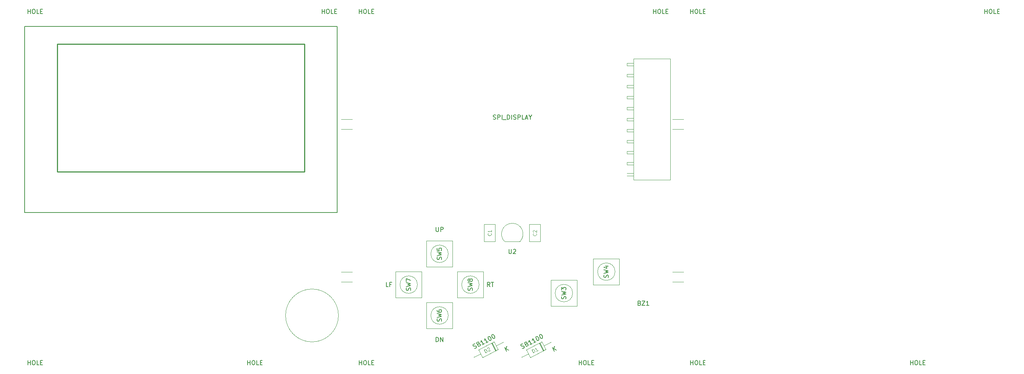
<source format=gbr>
G04 #@! TF.GenerationSoftware,KiCad,Pcbnew,(5.1.9-0-10_14)*
G04 #@! TF.CreationDate,2021-02-11T22:39:59-08:00*
G04 #@! TF.ProjectId,system,73797374-656d-42e6-9b69-6361645f7063,rev?*
G04 #@! TF.SameCoordinates,Original*
G04 #@! TF.FileFunction,Other,Fab,Top*
%FSLAX46Y46*%
G04 Gerber Fmt 4.6, Leading zero omitted, Abs format (unit mm)*
G04 Created by KiCad (PCBNEW (5.1.9-0-10_14)) date 2021-02-11 22:39:59*
%MOMM*%
%LPD*%
G01*
G04 APERTURE LIST*
%ADD10C,0.100000*%
%ADD11C,0.120000*%
%ADD12C,0.150000*%
%ADD13C,0.250000*%
G04 APERTURE END LIST*
D10*
X153617564Y-135053000D02*
G75*
G03*
X153617564Y-135053000I-2015564J0D01*
G01*
X148602000Y-138053000D02*
X148602000Y-135053000D01*
X154602000Y-138053000D02*
X148602000Y-138053000D01*
X154602000Y-132053000D02*
X154602000Y-138053000D01*
X148602000Y-132053000D02*
X154602000Y-132053000D01*
X148602000Y-135053000D02*
X148602000Y-132053000D01*
X163396564Y-130100000D02*
G75*
G03*
X163396564Y-130100000I-2015564J0D01*
G01*
X158381000Y-133100000D02*
X158381000Y-130100000D01*
X164381000Y-133100000D02*
X158381000Y-133100000D01*
X164381000Y-127100000D02*
X164381000Y-133100000D01*
X158381000Y-127100000D02*
X164381000Y-127100000D01*
X158381000Y-130100000D02*
X158381000Y-127100000D01*
X124951564Y-125984000D02*
G75*
G03*
X124951564Y-125984000I-2015564J0D01*
G01*
X119936000Y-128984000D02*
X119936000Y-125984000D01*
X125936000Y-128984000D02*
X119936000Y-128984000D01*
X125936000Y-122984000D02*
X125936000Y-128984000D01*
X119936000Y-122984000D02*
X125936000Y-122984000D01*
X119936000Y-125984000D02*
X119936000Y-122984000D01*
X124951564Y-140208000D02*
G75*
G03*
X124951564Y-140208000I-2015564J0D01*
G01*
X125936000Y-137208000D02*
X125936000Y-140208000D01*
X119936000Y-137208000D02*
X125936000Y-137208000D01*
X119936000Y-143208000D02*
X119936000Y-137208000D01*
X125936000Y-143208000D02*
X119936000Y-143208000D01*
X125936000Y-140208000D02*
X125936000Y-143208000D01*
X117839564Y-133096000D02*
G75*
G03*
X117839564Y-133096000I-2015564J0D01*
G01*
X112824000Y-136096000D02*
X112824000Y-133096000D01*
X118824000Y-136096000D02*
X112824000Y-136096000D01*
X118824000Y-130096000D02*
X118824000Y-136096000D01*
X112824000Y-130096000D02*
X118824000Y-130096000D01*
X112824000Y-133096000D02*
X112824000Y-130096000D01*
X132063564Y-133096000D02*
G75*
G03*
X132063564Y-133096000I-2015564J0D01*
G01*
X133048000Y-130096000D02*
X133048000Y-133096000D01*
X127048000Y-130096000D02*
X133048000Y-130096000D01*
X127048000Y-136096000D02*
X127048000Y-130096000D01*
X133048000Y-136096000D02*
X127048000Y-136096000D01*
X133048000Y-133096000D02*
X133048000Y-136096000D01*
D11*
X99635500Y-140208000D02*
G75*
G03*
X99635500Y-140208000I-6100000J0D01*
G01*
D12*
X27309500Y-73496000D02*
X99309500Y-73496000D01*
X27309500Y-116496000D02*
X99309500Y-116496000D01*
X99309500Y-73496000D02*
X99309500Y-116496000D01*
X27309500Y-73496000D02*
X27309500Y-116496000D01*
D13*
X34809500Y-77596000D02*
X91809500Y-77596000D01*
X34809500Y-107096000D02*
X91809500Y-107096000D01*
X34809500Y-77596000D02*
X34809500Y-107096000D01*
X91809500Y-77596000D02*
X91809500Y-107096000D01*
D10*
X179165000Y-132461000D02*
X176625000Y-132461000D01*
X179165000Y-130175000D02*
X176625000Y-130175000D01*
X179165000Y-94996000D02*
X176625000Y-94996000D01*
X179165000Y-97282000D02*
X176625000Y-97282000D01*
X100235000Y-94996000D02*
X102775000Y-94996000D01*
X100235000Y-97282000D02*
X102775000Y-97282000D01*
X100235000Y-132461000D02*
X102775000Y-132461000D01*
X100235000Y-130175000D02*
X102775000Y-130175000D01*
X166116000Y-107996000D02*
X167636000Y-107996000D01*
X167636000Y-107396000D02*
X166116000Y-107396000D01*
X167640000Y-81026000D02*
X167636000Y-81996000D01*
X167636000Y-96266000D02*
X167636000Y-81996000D01*
X176146000Y-81026000D02*
X176146000Y-96266000D01*
X166116000Y-92756000D02*
X167636000Y-92756000D01*
X167636000Y-92156000D02*
X166116000Y-92156000D01*
X166116000Y-92156000D02*
X166116000Y-92756000D01*
X166116000Y-90216000D02*
X167636000Y-90216000D01*
X167636000Y-89616000D02*
X166116000Y-89616000D01*
X166116000Y-89616000D02*
X166116000Y-90216000D01*
X166116000Y-87676000D02*
X167636000Y-87676000D01*
X167636000Y-87076000D02*
X166116000Y-87076000D01*
X166116000Y-87076000D02*
X166116000Y-87676000D01*
X166116000Y-85136000D02*
X167636000Y-85136000D01*
X167636000Y-84536000D02*
X166116000Y-84536000D01*
X166116000Y-84536000D02*
X166116000Y-85136000D01*
X176146000Y-81026000D02*
X167640000Y-81026000D01*
X166116000Y-95296000D02*
X167636000Y-95296000D01*
X167636000Y-94696000D02*
X166116000Y-94696000D01*
X166116000Y-94696000D02*
X166116000Y-95296000D01*
X167636000Y-81996000D02*
X166116000Y-81996000D01*
X166116000Y-82596000D02*
X167636000Y-82596000D01*
X166116000Y-81996000D02*
X166116000Y-82596000D01*
X167636000Y-97236000D02*
X166116000Y-97236000D01*
X166116000Y-97836000D02*
X167636000Y-97836000D01*
X166116000Y-97236000D02*
X166116000Y-97836000D01*
X166116000Y-102316000D02*
X166116000Y-102916000D01*
X176146000Y-108966000D02*
X167636000Y-108966000D01*
X176146000Y-96266000D02*
X176146000Y-108966000D01*
X167636000Y-108966000D02*
X167636000Y-97236000D01*
X167640000Y-96266000D02*
X167636000Y-97236000D01*
X166116000Y-104856000D02*
X166116000Y-105456000D01*
X166116000Y-102916000D02*
X167636000Y-102916000D01*
X167636000Y-102316000D02*
X166116000Y-102316000D01*
X167636000Y-99776000D02*
X166116000Y-99776000D01*
X166116000Y-99776000D02*
X166116000Y-100376000D01*
X166116000Y-100376000D02*
X167636000Y-100376000D01*
X167636000Y-104856000D02*
X166116000Y-104856000D01*
X166116000Y-105456000D02*
X167636000Y-105456000D01*
X135743000Y-123138000D02*
X135743000Y-119138000D01*
X133243000Y-123138000D02*
X135743000Y-123138000D01*
X133243000Y-119138000D02*
X133243000Y-123138000D01*
X135743000Y-119138000D02*
X133243000Y-119138000D01*
X143657000Y-123178000D02*
X146157000Y-123178000D01*
X146157000Y-123178000D02*
X146157000Y-119178000D01*
X146157000Y-119178000D02*
X143657000Y-119178000D01*
X143657000Y-119178000D02*
X143657000Y-123178000D01*
X147446259Y-148064252D02*
X146522762Y-146290230D01*
X146522762Y-146290230D02*
X142974718Y-148137225D01*
X142974718Y-148137225D02*
X143898216Y-149911246D01*
X143898216Y-149911246D02*
X147446259Y-148064252D01*
X148590000Y-146341476D02*
X146984510Y-147177241D01*
X141830977Y-149860000D02*
X143436467Y-149024235D01*
X146914053Y-148341301D02*
X145990555Y-146567279D01*
X146825351Y-148387476D02*
X145901854Y-146613454D01*
X147002754Y-148295126D02*
X146079256Y-146521104D01*
X135981777Y-148295126D02*
X135058279Y-146521104D01*
X135804374Y-148387476D02*
X134880877Y-146613454D01*
X135893076Y-148341301D02*
X134969578Y-146567279D01*
X130810000Y-149860000D02*
X132415490Y-149024235D01*
X137569023Y-146341476D02*
X135963533Y-147177241D01*
X132877239Y-149911246D02*
X136425282Y-148064252D01*
X131953741Y-148137225D02*
X132877239Y-149911246D01*
X135501785Y-146290230D02*
X131953741Y-148137225D01*
X136425282Y-148064252D02*
X135501785Y-146290230D01*
X137960000Y-123162000D02*
X141460000Y-123162000D01*
X137946375Y-123165625D02*
G75*
G02*
X139700000Y-118932000I1753625J1753625D01*
G01*
X141453625Y-123165625D02*
G75*
G03*
X139700000Y-118932000I-1753625J1753625D01*
G01*
D12*
X152006761Y-136386333D02*
X152054380Y-136243476D01*
X152054380Y-136005380D01*
X152006761Y-135910142D01*
X151959142Y-135862523D01*
X151863904Y-135814904D01*
X151768666Y-135814904D01*
X151673428Y-135862523D01*
X151625809Y-135910142D01*
X151578190Y-136005380D01*
X151530571Y-136195857D01*
X151482952Y-136291095D01*
X151435333Y-136338714D01*
X151340095Y-136386333D01*
X151244857Y-136386333D01*
X151149619Y-136338714D01*
X151102000Y-136291095D01*
X151054380Y-136195857D01*
X151054380Y-135957761D01*
X151102000Y-135814904D01*
X151054380Y-135481571D02*
X152054380Y-135243476D01*
X151340095Y-135053000D01*
X152054380Y-134862523D01*
X151054380Y-134624428D01*
X151054380Y-134338714D02*
X151054380Y-133719666D01*
X151435333Y-134053000D01*
X151435333Y-133910142D01*
X151482952Y-133814904D01*
X151530571Y-133767285D01*
X151625809Y-133719666D01*
X151863904Y-133719666D01*
X151959142Y-133767285D01*
X152006761Y-133814904D01*
X152054380Y-133910142D01*
X152054380Y-134195857D01*
X152006761Y-134291095D01*
X151959142Y-134338714D01*
X161785761Y-131433333D02*
X161833380Y-131290476D01*
X161833380Y-131052380D01*
X161785761Y-130957142D01*
X161738142Y-130909523D01*
X161642904Y-130861904D01*
X161547666Y-130861904D01*
X161452428Y-130909523D01*
X161404809Y-130957142D01*
X161357190Y-131052380D01*
X161309571Y-131242857D01*
X161261952Y-131338095D01*
X161214333Y-131385714D01*
X161119095Y-131433333D01*
X161023857Y-131433333D01*
X160928619Y-131385714D01*
X160881000Y-131338095D01*
X160833380Y-131242857D01*
X160833380Y-131004761D01*
X160881000Y-130861904D01*
X160833380Y-130528571D02*
X161833380Y-130290476D01*
X161119095Y-130100000D01*
X161833380Y-129909523D01*
X160833380Y-129671428D01*
X161166714Y-128861904D02*
X161833380Y-128861904D01*
X160785761Y-129100000D02*
X161500047Y-129338095D01*
X161500047Y-128719047D01*
X122150285Y-119848380D02*
X122150285Y-120657904D01*
X122197904Y-120753142D01*
X122245523Y-120800761D01*
X122340761Y-120848380D01*
X122531238Y-120848380D01*
X122626476Y-120800761D01*
X122674095Y-120753142D01*
X122721714Y-120657904D01*
X122721714Y-119848380D01*
X123197904Y-120848380D02*
X123197904Y-119848380D01*
X123578857Y-119848380D01*
X123674095Y-119896000D01*
X123721714Y-119943619D01*
X123769333Y-120038857D01*
X123769333Y-120181714D01*
X123721714Y-120276952D01*
X123674095Y-120324571D01*
X123578857Y-120372190D01*
X123197904Y-120372190D01*
X123340761Y-127317333D02*
X123388380Y-127174476D01*
X123388380Y-126936380D01*
X123340761Y-126841142D01*
X123293142Y-126793523D01*
X123197904Y-126745904D01*
X123102666Y-126745904D01*
X123007428Y-126793523D01*
X122959809Y-126841142D01*
X122912190Y-126936380D01*
X122864571Y-127126857D01*
X122816952Y-127222095D01*
X122769333Y-127269714D01*
X122674095Y-127317333D01*
X122578857Y-127317333D01*
X122483619Y-127269714D01*
X122436000Y-127222095D01*
X122388380Y-127126857D01*
X122388380Y-126888761D01*
X122436000Y-126745904D01*
X122388380Y-126412571D02*
X123388380Y-126174476D01*
X122674095Y-125984000D01*
X123388380Y-125793523D01*
X122388380Y-125555428D01*
X122388380Y-124698285D02*
X122388380Y-125174476D01*
X122864571Y-125222095D01*
X122816952Y-125174476D01*
X122769333Y-125079238D01*
X122769333Y-124841142D01*
X122816952Y-124745904D01*
X122864571Y-124698285D01*
X122959809Y-124650666D01*
X123197904Y-124650666D01*
X123293142Y-124698285D01*
X123340761Y-124745904D01*
X123388380Y-124841142D01*
X123388380Y-125079238D01*
X123340761Y-125174476D01*
X123293142Y-125222095D01*
X122150285Y-146248380D02*
X122150285Y-145248380D01*
X122388380Y-145248380D01*
X122531238Y-145296000D01*
X122626476Y-145391238D01*
X122674095Y-145486476D01*
X122721714Y-145676952D01*
X122721714Y-145819809D01*
X122674095Y-146010285D01*
X122626476Y-146105523D01*
X122531238Y-146200761D01*
X122388380Y-146248380D01*
X122150285Y-146248380D01*
X123150285Y-146248380D02*
X123150285Y-145248380D01*
X123721714Y-146248380D01*
X123721714Y-145248380D01*
X123340761Y-141541333D02*
X123388380Y-141398476D01*
X123388380Y-141160380D01*
X123340761Y-141065142D01*
X123293142Y-141017523D01*
X123197904Y-140969904D01*
X123102666Y-140969904D01*
X123007428Y-141017523D01*
X122959809Y-141065142D01*
X122912190Y-141160380D01*
X122864571Y-141350857D01*
X122816952Y-141446095D01*
X122769333Y-141493714D01*
X122674095Y-141541333D01*
X122578857Y-141541333D01*
X122483619Y-141493714D01*
X122436000Y-141446095D01*
X122388380Y-141350857D01*
X122388380Y-141112761D01*
X122436000Y-140969904D01*
X122388380Y-140636571D02*
X123388380Y-140398476D01*
X122674095Y-140208000D01*
X123388380Y-140017523D01*
X122388380Y-139779428D01*
X122388380Y-138969904D02*
X122388380Y-139160380D01*
X122436000Y-139255619D01*
X122483619Y-139303238D01*
X122626476Y-139398476D01*
X122816952Y-139446095D01*
X123197904Y-139446095D01*
X123293142Y-139398476D01*
X123340761Y-139350857D01*
X123388380Y-139255619D01*
X123388380Y-139065142D01*
X123340761Y-138969904D01*
X123293142Y-138922285D01*
X123197904Y-138874666D01*
X122959809Y-138874666D01*
X122864571Y-138922285D01*
X122816952Y-138969904D01*
X122769333Y-139065142D01*
X122769333Y-139255619D01*
X122816952Y-139350857D01*
X122864571Y-139398476D01*
X122959809Y-139446095D01*
X111132952Y-133548380D02*
X110656761Y-133548380D01*
X110656761Y-132548380D01*
X111799619Y-133024571D02*
X111466285Y-133024571D01*
X111466285Y-133548380D02*
X111466285Y-132548380D01*
X111942476Y-132548380D01*
X116228761Y-134429333D02*
X116276380Y-134286476D01*
X116276380Y-134048380D01*
X116228761Y-133953142D01*
X116181142Y-133905523D01*
X116085904Y-133857904D01*
X115990666Y-133857904D01*
X115895428Y-133905523D01*
X115847809Y-133953142D01*
X115800190Y-134048380D01*
X115752571Y-134238857D01*
X115704952Y-134334095D01*
X115657333Y-134381714D01*
X115562095Y-134429333D01*
X115466857Y-134429333D01*
X115371619Y-134381714D01*
X115324000Y-134334095D01*
X115276380Y-134238857D01*
X115276380Y-134000761D01*
X115324000Y-133857904D01*
X115276380Y-133524571D02*
X116276380Y-133286476D01*
X115562095Y-133096000D01*
X116276380Y-132905523D01*
X115276380Y-132667428D01*
X115276380Y-132381714D02*
X115276380Y-131715047D01*
X116276380Y-132143619D01*
X134548571Y-133548380D02*
X134215238Y-133072190D01*
X133977142Y-133548380D02*
X133977142Y-132548380D01*
X134358095Y-132548380D01*
X134453333Y-132596000D01*
X134500952Y-132643619D01*
X134548571Y-132738857D01*
X134548571Y-132881714D01*
X134500952Y-132976952D01*
X134453333Y-133024571D01*
X134358095Y-133072190D01*
X133977142Y-133072190D01*
X134834285Y-132548380D02*
X135405714Y-132548380D01*
X135120000Y-133548380D02*
X135120000Y-132548380D01*
X130452761Y-134429333D02*
X130500380Y-134286476D01*
X130500380Y-134048380D01*
X130452761Y-133953142D01*
X130405142Y-133905523D01*
X130309904Y-133857904D01*
X130214666Y-133857904D01*
X130119428Y-133905523D01*
X130071809Y-133953142D01*
X130024190Y-134048380D01*
X129976571Y-134238857D01*
X129928952Y-134334095D01*
X129881333Y-134381714D01*
X129786095Y-134429333D01*
X129690857Y-134429333D01*
X129595619Y-134381714D01*
X129548000Y-134334095D01*
X129500380Y-134238857D01*
X129500380Y-134000761D01*
X129548000Y-133857904D01*
X129500380Y-133524571D02*
X130500380Y-133286476D01*
X129786095Y-133096000D01*
X130500380Y-132905523D01*
X129500380Y-132667428D01*
X129928952Y-132143619D02*
X129881333Y-132238857D01*
X129833714Y-132286476D01*
X129738476Y-132334095D01*
X129690857Y-132334095D01*
X129595619Y-132286476D01*
X129548000Y-132238857D01*
X129500380Y-132143619D01*
X129500380Y-131953142D01*
X129548000Y-131857904D01*
X129595619Y-131810285D01*
X129690857Y-131762666D01*
X129738476Y-131762666D01*
X129833714Y-131810285D01*
X129881333Y-131857904D01*
X129928952Y-131953142D01*
X129928952Y-132143619D01*
X129976571Y-132238857D01*
X130024190Y-132286476D01*
X130119428Y-132334095D01*
X130309904Y-132334095D01*
X130405142Y-132286476D01*
X130452761Y-132238857D01*
X130500380Y-132143619D01*
X130500380Y-131953142D01*
X130452761Y-131857904D01*
X130405142Y-131810285D01*
X130309904Y-131762666D01*
X130119428Y-131762666D01*
X130024190Y-131810285D01*
X129976571Y-131857904D01*
X129928952Y-131953142D01*
X248632833Y-70556380D02*
X248632833Y-69556380D01*
X248632833Y-70032571D02*
X249204261Y-70032571D01*
X249204261Y-70556380D02*
X249204261Y-69556380D01*
X249870928Y-69556380D02*
X250061404Y-69556380D01*
X250156642Y-69604000D01*
X250251880Y-69699238D01*
X250299500Y-69889714D01*
X250299500Y-70223047D01*
X250251880Y-70413523D01*
X250156642Y-70508761D01*
X250061404Y-70556380D01*
X249870928Y-70556380D01*
X249775690Y-70508761D01*
X249680452Y-70413523D01*
X249632833Y-70223047D01*
X249632833Y-69889714D01*
X249680452Y-69699238D01*
X249775690Y-69604000D01*
X249870928Y-69556380D01*
X251204261Y-70556380D02*
X250728071Y-70556380D01*
X250728071Y-69556380D01*
X251537595Y-70032571D02*
X251870928Y-70032571D01*
X252013785Y-70556380D02*
X251537595Y-70556380D01*
X251537595Y-69556380D01*
X252013785Y-69556380D01*
X231487833Y-151582380D02*
X231487833Y-150582380D01*
X231487833Y-151058571D02*
X232059261Y-151058571D01*
X232059261Y-151582380D02*
X232059261Y-150582380D01*
X232725928Y-150582380D02*
X232916404Y-150582380D01*
X233011642Y-150630000D01*
X233106880Y-150725238D01*
X233154500Y-150915714D01*
X233154500Y-151249047D01*
X233106880Y-151439523D01*
X233011642Y-151534761D01*
X232916404Y-151582380D01*
X232725928Y-151582380D01*
X232630690Y-151534761D01*
X232535452Y-151439523D01*
X232487833Y-151249047D01*
X232487833Y-150915714D01*
X232535452Y-150725238D01*
X232630690Y-150630000D01*
X232725928Y-150582380D01*
X234059261Y-151582380D02*
X233583071Y-151582380D01*
X233583071Y-150582380D01*
X234392595Y-151058571D02*
X234725928Y-151058571D01*
X234868785Y-151582380D02*
X234392595Y-151582380D01*
X234392595Y-150582380D01*
X234868785Y-150582380D01*
X180814833Y-70556380D02*
X180814833Y-69556380D01*
X180814833Y-70032571D02*
X181386261Y-70032571D01*
X181386261Y-70556380D02*
X181386261Y-69556380D01*
X182052928Y-69556380D02*
X182243404Y-69556380D01*
X182338642Y-69604000D01*
X182433880Y-69699238D01*
X182481500Y-69889714D01*
X182481500Y-70223047D01*
X182433880Y-70413523D01*
X182338642Y-70508761D01*
X182243404Y-70556380D01*
X182052928Y-70556380D01*
X181957690Y-70508761D01*
X181862452Y-70413523D01*
X181814833Y-70223047D01*
X181814833Y-69889714D01*
X181862452Y-69699238D01*
X181957690Y-69604000D01*
X182052928Y-69556380D01*
X183386261Y-70556380D02*
X182910071Y-70556380D01*
X182910071Y-69556380D01*
X183719595Y-70032571D02*
X184052928Y-70032571D01*
X184195785Y-70556380D02*
X183719595Y-70556380D01*
X183719595Y-69556380D01*
X184195785Y-69556380D01*
X180814833Y-151582380D02*
X180814833Y-150582380D01*
X180814833Y-151058571D02*
X181386261Y-151058571D01*
X181386261Y-151582380D02*
X181386261Y-150582380D01*
X182052928Y-150582380D02*
X182243404Y-150582380D01*
X182338642Y-150630000D01*
X182433880Y-150725238D01*
X182481500Y-150915714D01*
X182481500Y-151249047D01*
X182433880Y-151439523D01*
X182338642Y-151534761D01*
X182243404Y-151582380D01*
X182052928Y-151582380D01*
X181957690Y-151534761D01*
X181862452Y-151439523D01*
X181814833Y-151249047D01*
X181814833Y-150915714D01*
X181862452Y-150725238D01*
X181957690Y-150630000D01*
X182052928Y-150582380D01*
X183386261Y-151582380D02*
X182910071Y-151582380D01*
X182910071Y-150582380D01*
X183719595Y-151058571D02*
X184052928Y-151058571D01*
X184195785Y-151582380D02*
X183719595Y-151582380D01*
X183719595Y-150582380D01*
X184195785Y-150582380D01*
X95851833Y-70556380D02*
X95851833Y-69556380D01*
X95851833Y-70032571D02*
X96423261Y-70032571D01*
X96423261Y-70556380D02*
X96423261Y-69556380D01*
X97089928Y-69556380D02*
X97280404Y-69556380D01*
X97375642Y-69604000D01*
X97470880Y-69699238D01*
X97518500Y-69889714D01*
X97518500Y-70223047D01*
X97470880Y-70413523D01*
X97375642Y-70508761D01*
X97280404Y-70556380D01*
X97089928Y-70556380D01*
X96994690Y-70508761D01*
X96899452Y-70413523D01*
X96851833Y-70223047D01*
X96851833Y-69889714D01*
X96899452Y-69699238D01*
X96994690Y-69604000D01*
X97089928Y-69556380D01*
X98423261Y-70556380D02*
X97947071Y-70556380D01*
X97947071Y-69556380D01*
X98756595Y-70032571D02*
X99089928Y-70032571D01*
X99232785Y-70556380D02*
X98756595Y-70556380D01*
X98756595Y-69556380D01*
X99232785Y-69556380D01*
X78706833Y-151582380D02*
X78706833Y-150582380D01*
X78706833Y-151058571D02*
X79278261Y-151058571D01*
X79278261Y-151582380D02*
X79278261Y-150582380D01*
X79944928Y-150582380D02*
X80135404Y-150582380D01*
X80230642Y-150630000D01*
X80325880Y-150725238D01*
X80373500Y-150915714D01*
X80373500Y-151249047D01*
X80325880Y-151439523D01*
X80230642Y-151534761D01*
X80135404Y-151582380D01*
X79944928Y-151582380D01*
X79849690Y-151534761D01*
X79754452Y-151439523D01*
X79706833Y-151249047D01*
X79706833Y-150915714D01*
X79754452Y-150725238D01*
X79849690Y-150630000D01*
X79944928Y-150582380D01*
X81278261Y-151582380D02*
X80802071Y-151582380D01*
X80802071Y-150582380D01*
X81611595Y-151058571D02*
X81944928Y-151058571D01*
X82087785Y-151582380D02*
X81611595Y-151582380D01*
X81611595Y-150582380D01*
X82087785Y-150582380D01*
X28033833Y-70556380D02*
X28033833Y-69556380D01*
X28033833Y-70032571D02*
X28605261Y-70032571D01*
X28605261Y-70556380D02*
X28605261Y-69556380D01*
X29271928Y-69556380D02*
X29462404Y-69556380D01*
X29557642Y-69604000D01*
X29652880Y-69699238D01*
X29700500Y-69889714D01*
X29700500Y-70223047D01*
X29652880Y-70413523D01*
X29557642Y-70508761D01*
X29462404Y-70556380D01*
X29271928Y-70556380D01*
X29176690Y-70508761D01*
X29081452Y-70413523D01*
X29033833Y-70223047D01*
X29033833Y-69889714D01*
X29081452Y-69699238D01*
X29176690Y-69604000D01*
X29271928Y-69556380D01*
X30605261Y-70556380D02*
X30129071Y-70556380D01*
X30129071Y-69556380D01*
X30938595Y-70032571D02*
X31271928Y-70032571D01*
X31414785Y-70556380D02*
X30938595Y-70556380D01*
X30938595Y-69556380D01*
X31414785Y-69556380D01*
X28033833Y-151582380D02*
X28033833Y-150582380D01*
X28033833Y-151058571D02*
X28605261Y-151058571D01*
X28605261Y-151582380D02*
X28605261Y-150582380D01*
X29271928Y-150582380D02*
X29462404Y-150582380D01*
X29557642Y-150630000D01*
X29652880Y-150725238D01*
X29700500Y-150915714D01*
X29700500Y-151249047D01*
X29652880Y-151439523D01*
X29557642Y-151534761D01*
X29462404Y-151582380D01*
X29271928Y-151582380D01*
X29176690Y-151534761D01*
X29081452Y-151439523D01*
X29033833Y-151249047D01*
X29033833Y-150915714D01*
X29081452Y-150725238D01*
X29176690Y-150630000D01*
X29271928Y-150582380D01*
X30605261Y-151582380D02*
X30129071Y-151582380D01*
X30129071Y-150582380D01*
X30938595Y-151058571D02*
X31271928Y-151058571D01*
X31414785Y-151582380D02*
X30938595Y-151582380D01*
X30938595Y-150582380D01*
X31414785Y-150582380D01*
X104424333Y-151582380D02*
X104424333Y-150582380D01*
X104424333Y-151058571D02*
X104995761Y-151058571D01*
X104995761Y-151582380D02*
X104995761Y-150582380D01*
X105662428Y-150582380D02*
X105852904Y-150582380D01*
X105948142Y-150630000D01*
X106043380Y-150725238D01*
X106091000Y-150915714D01*
X106091000Y-151249047D01*
X106043380Y-151439523D01*
X105948142Y-151534761D01*
X105852904Y-151582380D01*
X105662428Y-151582380D01*
X105567190Y-151534761D01*
X105471952Y-151439523D01*
X105424333Y-151249047D01*
X105424333Y-150915714D01*
X105471952Y-150725238D01*
X105567190Y-150630000D01*
X105662428Y-150582380D01*
X106995761Y-151582380D02*
X106519571Y-151582380D01*
X106519571Y-150582380D01*
X107329095Y-151058571D02*
X107662428Y-151058571D01*
X107805285Y-151582380D02*
X107329095Y-151582380D01*
X107329095Y-150582380D01*
X107805285Y-150582380D01*
X104424333Y-70556380D02*
X104424333Y-69556380D01*
X104424333Y-70032571D02*
X104995761Y-70032571D01*
X104995761Y-70556380D02*
X104995761Y-69556380D01*
X105662428Y-69556380D02*
X105852904Y-69556380D01*
X105948142Y-69604000D01*
X106043380Y-69699238D01*
X106091000Y-69889714D01*
X106091000Y-70223047D01*
X106043380Y-70413523D01*
X105948142Y-70508761D01*
X105852904Y-70556380D01*
X105662428Y-70556380D01*
X105567190Y-70508761D01*
X105471952Y-70413523D01*
X105424333Y-70223047D01*
X105424333Y-69889714D01*
X105471952Y-69699238D01*
X105567190Y-69604000D01*
X105662428Y-69556380D01*
X106995761Y-70556380D02*
X106519571Y-70556380D01*
X106519571Y-69556380D01*
X107329095Y-70032571D02*
X107662428Y-70032571D01*
X107805285Y-70556380D02*
X107329095Y-70556380D01*
X107329095Y-69556380D01*
X107805285Y-69556380D01*
X155097333Y-151582380D02*
X155097333Y-150582380D01*
X155097333Y-151058571D02*
X155668761Y-151058571D01*
X155668761Y-151582380D02*
X155668761Y-150582380D01*
X156335428Y-150582380D02*
X156525904Y-150582380D01*
X156621142Y-150630000D01*
X156716380Y-150725238D01*
X156764000Y-150915714D01*
X156764000Y-151249047D01*
X156716380Y-151439523D01*
X156621142Y-151534761D01*
X156525904Y-151582380D01*
X156335428Y-151582380D01*
X156240190Y-151534761D01*
X156144952Y-151439523D01*
X156097333Y-151249047D01*
X156097333Y-150915714D01*
X156144952Y-150725238D01*
X156240190Y-150630000D01*
X156335428Y-150582380D01*
X157668761Y-151582380D02*
X157192571Y-151582380D01*
X157192571Y-150582380D01*
X158002095Y-151058571D02*
X158335428Y-151058571D01*
X158478285Y-151582380D02*
X158002095Y-151582380D01*
X158002095Y-150582380D01*
X158478285Y-150582380D01*
X172242333Y-70556380D02*
X172242333Y-69556380D01*
X172242333Y-70032571D02*
X172813761Y-70032571D01*
X172813761Y-70556380D02*
X172813761Y-69556380D01*
X173480428Y-69556380D02*
X173670904Y-69556380D01*
X173766142Y-69604000D01*
X173861380Y-69699238D01*
X173909000Y-69889714D01*
X173909000Y-70223047D01*
X173861380Y-70413523D01*
X173766142Y-70508761D01*
X173670904Y-70556380D01*
X173480428Y-70556380D01*
X173385190Y-70508761D01*
X173289952Y-70413523D01*
X173242333Y-70223047D01*
X173242333Y-69889714D01*
X173289952Y-69699238D01*
X173385190Y-69604000D01*
X173480428Y-69556380D01*
X174813761Y-70556380D02*
X174337571Y-70556380D01*
X174337571Y-69556380D01*
X175147095Y-70032571D02*
X175480428Y-70032571D01*
X175623285Y-70556380D02*
X175147095Y-70556380D01*
X175147095Y-69556380D01*
X175623285Y-69556380D01*
X169045047Y-137342571D02*
X169187904Y-137390190D01*
X169235523Y-137437809D01*
X169283142Y-137533047D01*
X169283142Y-137675904D01*
X169235523Y-137771142D01*
X169187904Y-137818761D01*
X169092666Y-137866380D01*
X168711714Y-137866380D01*
X168711714Y-136866380D01*
X169045047Y-136866380D01*
X169140285Y-136914000D01*
X169187904Y-136961619D01*
X169235523Y-137056857D01*
X169235523Y-137152095D01*
X169187904Y-137247333D01*
X169140285Y-137294952D01*
X169045047Y-137342571D01*
X168711714Y-137342571D01*
X169616476Y-136866380D02*
X170283142Y-136866380D01*
X169616476Y-137866380D01*
X170283142Y-137866380D01*
X171187904Y-137866380D02*
X170616476Y-137866380D01*
X170902190Y-137866380D02*
X170902190Y-136866380D01*
X170806952Y-137009238D01*
X170711714Y-137104476D01*
X170616476Y-137152095D01*
D11*
X134778714Y-121271333D02*
X134816809Y-121309428D01*
X134854904Y-121423714D01*
X134854904Y-121499904D01*
X134816809Y-121614190D01*
X134740619Y-121690380D01*
X134664428Y-121728476D01*
X134512047Y-121766571D01*
X134397761Y-121766571D01*
X134245380Y-121728476D01*
X134169190Y-121690380D01*
X134093000Y-121614190D01*
X134054904Y-121499904D01*
X134054904Y-121423714D01*
X134093000Y-121309428D01*
X134131095Y-121271333D01*
X134854904Y-120509428D02*
X134854904Y-120966571D01*
X134854904Y-120738000D02*
X134054904Y-120738000D01*
X134169190Y-120814190D01*
X134245380Y-120890380D01*
X134283476Y-120966571D01*
X145192714Y-121311333D02*
X145230809Y-121349428D01*
X145268904Y-121463714D01*
X145268904Y-121539904D01*
X145230809Y-121654190D01*
X145154619Y-121730380D01*
X145078428Y-121768476D01*
X144926047Y-121806571D01*
X144811761Y-121806571D01*
X144659380Y-121768476D01*
X144583190Y-121730380D01*
X144507000Y-121654190D01*
X144468904Y-121539904D01*
X144468904Y-121463714D01*
X144507000Y-121349428D01*
X144545095Y-121311333D01*
X144545095Y-121006571D02*
X144507000Y-120968476D01*
X144468904Y-120892285D01*
X144468904Y-120701809D01*
X144507000Y-120625619D01*
X144545095Y-120587523D01*
X144621285Y-120549428D01*
X144697476Y-120549428D01*
X144811761Y-120587523D01*
X145268904Y-121044666D01*
X145268904Y-120549428D01*
D12*
X142031998Y-147821626D02*
X142180702Y-147797901D01*
X142391895Y-147687961D01*
X142454384Y-147601746D01*
X142474635Y-147537519D01*
X142472897Y-147431054D01*
X142428921Y-147346577D01*
X142342707Y-147284088D01*
X142278480Y-147263837D01*
X142172015Y-147265575D01*
X141981072Y-147311288D01*
X141874607Y-147313026D01*
X141810380Y-147292775D01*
X141724166Y-147230286D01*
X141680190Y-147145809D01*
X141678452Y-147039343D01*
X141698703Y-146975117D01*
X141761192Y-146888902D01*
X141972385Y-146778962D01*
X142121089Y-146755236D01*
X142994799Y-146783575D02*
X143143503Y-146759850D01*
X143207730Y-146780101D01*
X143293944Y-146842590D01*
X143359908Y-146969306D01*
X143361646Y-147075771D01*
X143341395Y-147139997D01*
X143278906Y-147226212D01*
X142940997Y-147402116D01*
X142479248Y-146515106D01*
X142774919Y-146361189D01*
X142881384Y-146359452D01*
X142945611Y-146379702D01*
X143031825Y-146442192D01*
X143075801Y-146526669D01*
X143077539Y-146633134D01*
X143057288Y-146697361D01*
X142994799Y-146783575D01*
X142699129Y-146937492D01*
X144292633Y-146698499D02*
X143785769Y-146962356D01*
X144039201Y-146830428D02*
X143577452Y-145943417D01*
X143558939Y-146114109D01*
X143518438Y-146242562D01*
X143455949Y-146328777D01*
X145137405Y-146258739D02*
X144630542Y-146522595D01*
X144883973Y-146390667D02*
X144422225Y-145503656D01*
X144403711Y-145674348D01*
X144363210Y-145802801D01*
X144300721Y-145889016D01*
X145224758Y-145085884D02*
X145309235Y-145041908D01*
X145415701Y-145040170D01*
X145479927Y-145060421D01*
X145566142Y-145122910D01*
X145696333Y-145269876D01*
X145806273Y-145481069D01*
X145851986Y-145672012D01*
X145853724Y-145778477D01*
X145833473Y-145842704D01*
X145770984Y-145928918D01*
X145686507Y-145972894D01*
X145580042Y-145974632D01*
X145515815Y-145954381D01*
X145429600Y-145891892D01*
X145299410Y-145744926D01*
X145189469Y-145533733D01*
X145143756Y-145342790D01*
X145142018Y-145236325D01*
X145162269Y-145172098D01*
X145224758Y-145085884D01*
X146069530Y-144646123D02*
X146154008Y-144602147D01*
X146260473Y-144600410D01*
X146324700Y-144620660D01*
X146410914Y-144683149D01*
X146541105Y-144830116D01*
X146651045Y-145041309D01*
X146696759Y-145232251D01*
X146698496Y-145338716D01*
X146678245Y-145402943D01*
X146615756Y-145489158D01*
X146531279Y-145533134D01*
X146424814Y-145534871D01*
X146360587Y-145514621D01*
X146274372Y-145452132D01*
X146144182Y-145305165D01*
X146034242Y-145093972D01*
X145988528Y-144903030D01*
X145986791Y-144796564D01*
X146007041Y-144732338D01*
X146069530Y-144646123D01*
X149397721Y-148460295D02*
X148935973Y-147573285D01*
X149904585Y-148196439D02*
X149260581Y-147887468D01*
X149442836Y-147309428D02*
X149199829Y-148080148D01*
D11*
X144587735Y-148832928D02*
X144218336Y-148123319D01*
X144387290Y-148035367D01*
X144506253Y-148016386D01*
X144609016Y-148048787D01*
X144677988Y-148098779D01*
X144782140Y-148216352D01*
X144834912Y-148317724D01*
X144871482Y-148470478D01*
X144872872Y-148555651D01*
X144840471Y-148658413D01*
X144756689Y-148744975D01*
X144587735Y-148832928D01*
X145669043Y-148270034D02*
X145263553Y-148481119D01*
X145466298Y-148375576D02*
X145096899Y-147665968D01*
X145082088Y-147802521D01*
X145049688Y-147905284D01*
X144999696Y-147974256D01*
D12*
X131011021Y-147821626D02*
X131159725Y-147797901D01*
X131370918Y-147687961D01*
X131433407Y-147601746D01*
X131453658Y-147537519D01*
X131451920Y-147431054D01*
X131407944Y-147346577D01*
X131321730Y-147284088D01*
X131257503Y-147263837D01*
X131151038Y-147265575D01*
X130960095Y-147311288D01*
X130853630Y-147313026D01*
X130789403Y-147292775D01*
X130703189Y-147230286D01*
X130659213Y-147145809D01*
X130657475Y-147039343D01*
X130677726Y-146975117D01*
X130740215Y-146888902D01*
X130951408Y-146778962D01*
X131100112Y-146755236D01*
X131973822Y-146783575D02*
X132122526Y-146759850D01*
X132186753Y-146780101D01*
X132272967Y-146842590D01*
X132338931Y-146969306D01*
X132340669Y-147075771D01*
X132320418Y-147139997D01*
X132257929Y-147226212D01*
X131920020Y-147402116D01*
X131458271Y-146515106D01*
X131753942Y-146361189D01*
X131860407Y-146359452D01*
X131924634Y-146379702D01*
X132010848Y-146442192D01*
X132054824Y-146526669D01*
X132056562Y-146633134D01*
X132036311Y-146697361D01*
X131973822Y-146783575D01*
X131678152Y-146937492D01*
X133271656Y-146698499D02*
X132764792Y-146962356D01*
X133018224Y-146830428D02*
X132556475Y-145943417D01*
X132537962Y-146114109D01*
X132497461Y-146242562D01*
X132434972Y-146328777D01*
X134116428Y-146258739D02*
X133609565Y-146522595D01*
X133862996Y-146390667D02*
X133401248Y-145503656D01*
X133382734Y-145674348D01*
X133342233Y-145802801D01*
X133279744Y-145889016D01*
X134203781Y-145085884D02*
X134288258Y-145041908D01*
X134394724Y-145040170D01*
X134458950Y-145060421D01*
X134545165Y-145122910D01*
X134675356Y-145269876D01*
X134785296Y-145481069D01*
X134831009Y-145672012D01*
X134832747Y-145778477D01*
X134812496Y-145842704D01*
X134750007Y-145928918D01*
X134665530Y-145972894D01*
X134559065Y-145974632D01*
X134494838Y-145954381D01*
X134408623Y-145891892D01*
X134278433Y-145744926D01*
X134168492Y-145533733D01*
X134122779Y-145342790D01*
X134121041Y-145236325D01*
X134141292Y-145172098D01*
X134203781Y-145085884D01*
X135048553Y-144646123D02*
X135133031Y-144602147D01*
X135239496Y-144600410D01*
X135303723Y-144620660D01*
X135389937Y-144683149D01*
X135520128Y-144830116D01*
X135630068Y-145041309D01*
X135675782Y-145232251D01*
X135677519Y-145338716D01*
X135657268Y-145402943D01*
X135594779Y-145489158D01*
X135510302Y-145533134D01*
X135403837Y-145534871D01*
X135339610Y-145514621D01*
X135253395Y-145452132D01*
X135123205Y-145305165D01*
X135013265Y-145093972D01*
X134967551Y-144903030D01*
X134965814Y-144796564D01*
X134986064Y-144732338D01*
X135048553Y-144646123D01*
D11*
X133566758Y-148832928D02*
X133197359Y-148123319D01*
X133366313Y-148035367D01*
X133485276Y-148016386D01*
X133588039Y-148048787D01*
X133657011Y-148098779D01*
X133761163Y-148216352D01*
X133813935Y-148317724D01*
X133850505Y-148470478D01*
X133851895Y-148555651D01*
X133819494Y-148658413D01*
X133735712Y-148744975D01*
X133566758Y-148832928D01*
X133908357Y-147839092D02*
X133924558Y-147787711D01*
X133974549Y-147718739D01*
X134143504Y-147630787D01*
X134228676Y-147629397D01*
X134280057Y-147645597D01*
X134349029Y-147695589D01*
X134384210Y-147763171D01*
X134403190Y-147882134D01*
X134208785Y-148498709D01*
X134648066Y-148270034D01*
D12*
X138376744Y-148460295D02*
X137914996Y-147573285D01*
X138883608Y-148196439D02*
X138239604Y-147887468D01*
X138421859Y-147309428D02*
X138178852Y-148080148D01*
X138938095Y-124928380D02*
X138938095Y-125737904D01*
X138985714Y-125833142D01*
X139033333Y-125880761D01*
X139128571Y-125928380D01*
X139319047Y-125928380D01*
X139414285Y-125880761D01*
X139461904Y-125833142D01*
X139509523Y-125737904D01*
X139509523Y-124928380D01*
X139938095Y-125023619D02*
X139985714Y-124976000D01*
X140080952Y-124928380D01*
X140319047Y-124928380D01*
X140414285Y-124976000D01*
X140461904Y-125023619D01*
X140509523Y-125118857D01*
X140509523Y-125214095D01*
X140461904Y-125356952D01*
X139890476Y-125928380D01*
X140509523Y-125928380D01*
X135319047Y-94900761D02*
X135461904Y-94948380D01*
X135700000Y-94948380D01*
X135795238Y-94900761D01*
X135842857Y-94853142D01*
X135890476Y-94757904D01*
X135890476Y-94662666D01*
X135842857Y-94567428D01*
X135795238Y-94519809D01*
X135700000Y-94472190D01*
X135509523Y-94424571D01*
X135414285Y-94376952D01*
X135366666Y-94329333D01*
X135319047Y-94234095D01*
X135319047Y-94138857D01*
X135366666Y-94043619D01*
X135414285Y-93996000D01*
X135509523Y-93948380D01*
X135747619Y-93948380D01*
X135890476Y-93996000D01*
X136319047Y-94948380D02*
X136319047Y-93948380D01*
X136700000Y-93948380D01*
X136795238Y-93996000D01*
X136842857Y-94043619D01*
X136890476Y-94138857D01*
X136890476Y-94281714D01*
X136842857Y-94376952D01*
X136795238Y-94424571D01*
X136700000Y-94472190D01*
X136319047Y-94472190D01*
X137319047Y-94948380D02*
X137319047Y-93948380D01*
X137557142Y-95043619D02*
X138319047Y-95043619D01*
X138557142Y-94948380D02*
X138557142Y-93948380D01*
X138795238Y-93948380D01*
X138938095Y-93996000D01*
X139033333Y-94091238D01*
X139080952Y-94186476D01*
X139128571Y-94376952D01*
X139128571Y-94519809D01*
X139080952Y-94710285D01*
X139033333Y-94805523D01*
X138938095Y-94900761D01*
X138795238Y-94948380D01*
X138557142Y-94948380D01*
X139557142Y-94948380D02*
X139557142Y-93948380D01*
X139985714Y-94900761D02*
X140128571Y-94948380D01*
X140366666Y-94948380D01*
X140461904Y-94900761D01*
X140509523Y-94853142D01*
X140557142Y-94757904D01*
X140557142Y-94662666D01*
X140509523Y-94567428D01*
X140461904Y-94519809D01*
X140366666Y-94472190D01*
X140176190Y-94424571D01*
X140080952Y-94376952D01*
X140033333Y-94329333D01*
X139985714Y-94234095D01*
X139985714Y-94138857D01*
X140033333Y-94043619D01*
X140080952Y-93996000D01*
X140176190Y-93948380D01*
X140414285Y-93948380D01*
X140557142Y-93996000D01*
X140985714Y-94948380D02*
X140985714Y-93948380D01*
X141366666Y-93948380D01*
X141461904Y-93996000D01*
X141509523Y-94043619D01*
X141557142Y-94138857D01*
X141557142Y-94281714D01*
X141509523Y-94376952D01*
X141461904Y-94424571D01*
X141366666Y-94472190D01*
X140985714Y-94472190D01*
X142461904Y-94948380D02*
X141985714Y-94948380D01*
X141985714Y-93948380D01*
X142747619Y-94662666D02*
X143223809Y-94662666D01*
X142652380Y-94948380D02*
X142985714Y-93948380D01*
X143319047Y-94948380D01*
X143842857Y-94472190D02*
X143842857Y-94948380D01*
X143509523Y-93948380D02*
X143842857Y-94472190D01*
X144176190Y-93948380D01*
M02*

</source>
